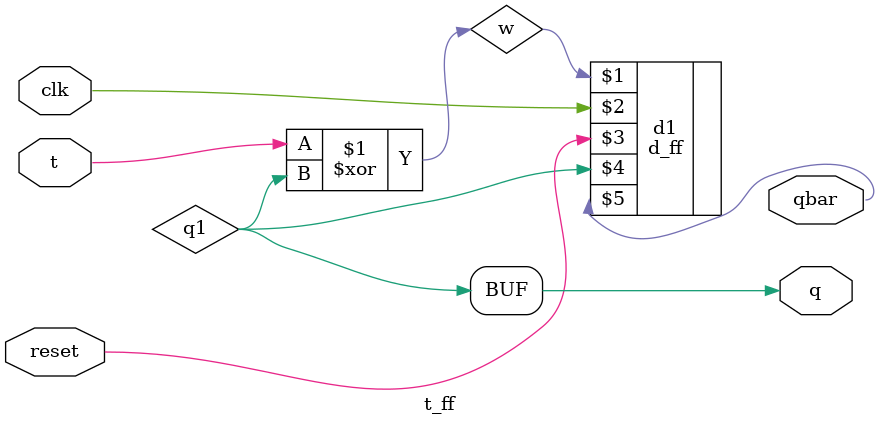
<source format=v>
module t_ff(t,clk,reset,q,qbar);
input t,clk,reset;
output q,qbar;
wire w,q1;
d_ff d1(w,clk,reset,q1,qbar);
assign w=t^q1;
assign q=q1;
endmodule

</source>
